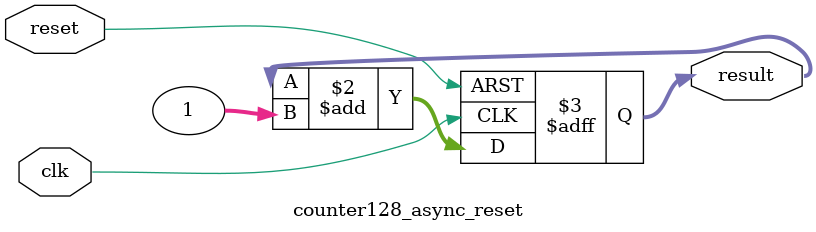
<source format=v>

module counter128_async_reset (
	clk,
	reset,
	result
);

	input clk;
	input reset;
	output [127:0] result;

	reg [127:0] result;

	always @(posedge clk or posedge reset)
	begin
		if (reset) 
			result = 0;		
		else 
			result = result + 1;
	end
endmodule		

</source>
